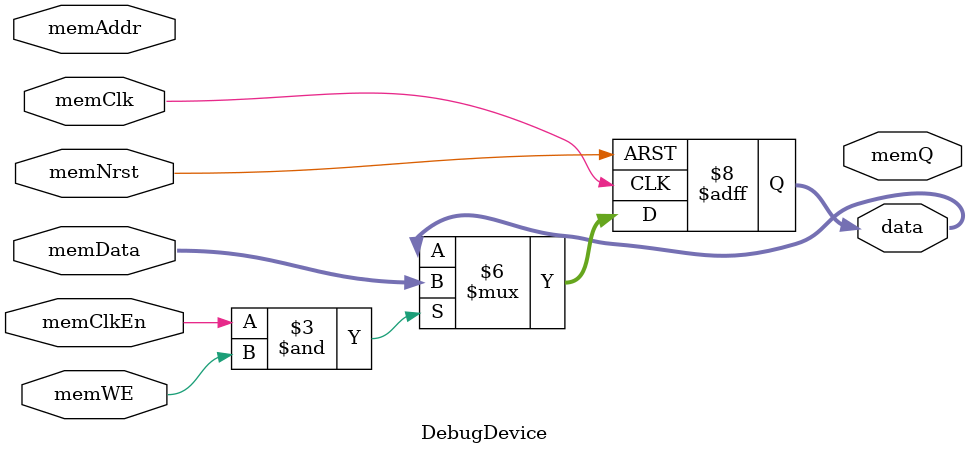
<source format=v>
module DebugDevice (
    // memory interface
    input wire memNrst,
    input wire memClk,
    input wire memClkEn,
    input wire memWE,
    input wire [31:0] memData,
    input wire [17:0] memAddr,
    output wire [31:0] memQ,
    // device output
    output reg [31:0] data
);
    initial begin
        data = 32'b0;
    end
    always @(posedge memClk or negedge memNrst) begin
        if(~memNrst) begin
            data = 32'b0;
        end
        else if(memClkEn & memWE) begin
            data = memData;
        end
    end
endmodule
</source>
